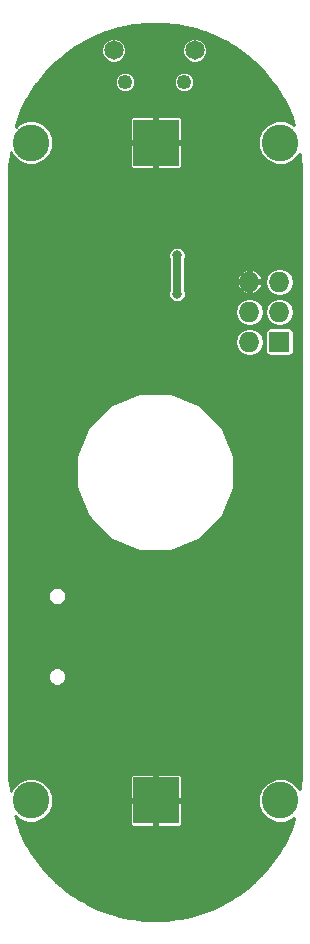
<source format=gbl>
G04 #@! TF.GenerationSoftware,KiCad,Pcbnew,(2017-01-24 revision 0b6147e)-makepkg*
G04 #@! TF.CreationDate,2017-06-09T22:20:51-07:00*
G04 #@! TF.ProjectId,POVSpinner,504F565370696E6E65722E6B69636164,rev?*
G04 #@! TF.FileFunction,Copper,L2,Bot,Signal*
G04 #@! TF.FilePolarity,Positive*
%FSLAX46Y46*%
G04 Gerber Fmt 4.6, Leading zero omitted, Abs format (unit mm)*
G04 Created by KiCad (PCBNEW (2017-01-24 revision 0b6147e)-makepkg) date 06/09/17 22:20:51*
%MOMM*%
%LPD*%
G01*
G04 APERTURE LIST*
%ADD10C,0.100000*%
%ADD11R,3.960000X3.960000*%
%ADD12C,3.100000*%
%ADD13C,1.250000*%
%ADD14C,1.650000*%
%ADD15R,1.727200X1.727200*%
%ADD16O,1.727200X1.727200*%
%ADD17C,0.800000*%
%ADD18C,0.762000*%
%ADD19C,0.635000*%
%ADD20C,0.254000*%
G04 APERTURE END LIST*
D10*
D11*
X124600000Y-58200000D03*
D12*
X135155000Y-58200000D03*
X114045000Y-58200000D03*
X135155000Y-113900000D03*
X114045000Y-113900000D03*
D11*
X124600000Y-113900000D03*
D13*
X127002060Y-53070000D03*
X122002060Y-53070000D03*
D14*
X121070000Y-50400000D03*
X127930000Y-50400000D03*
D15*
X135090000Y-75050000D03*
D16*
X132550000Y-75050000D03*
X135090000Y-72510000D03*
X132550000Y-72510000D03*
X135090000Y-69970000D03*
X132550000Y-69970000D03*
D17*
X131800000Y-55340000D03*
X133010000Y-63940000D03*
X129020000Y-62680000D03*
X121940000Y-59170000D03*
X123220000Y-54530000D03*
X120480000Y-122100000D03*
X125650000Y-119870000D03*
X127290000Y-115580000D03*
X125660000Y-111260000D03*
X125680000Y-107040000D03*
X126410000Y-67740000D03*
X126410000Y-71010000D03*
D18*
X124600000Y-58200000D02*
X125840000Y-58200000D01*
X124600000Y-58200000D02*
X123170000Y-58200000D01*
D19*
X126410000Y-71010000D02*
X126410000Y-67740000D01*
D20*
G36*
X125166854Y-48148413D02*
X125574232Y-48175135D01*
X125980473Y-48215210D01*
X126385257Y-48268647D01*
X126788072Y-48335432D01*
X127188578Y-48415533D01*
X127586343Y-48508817D01*
X127980823Y-48615118D01*
X128371667Y-48734316D01*
X128758338Y-48866239D01*
X129140366Y-49010734D01*
X129517332Y-49167664D01*
X129888727Y-49336857D01*
X130254103Y-49518164D01*
X130613025Y-49711442D01*
X130965031Y-49916527D01*
X131309875Y-50133227D01*
X131647394Y-50361308D01*
X131977310Y-50600461D01*
X132299422Y-50850426D01*
X132613484Y-51110916D01*
X132919239Y-51381626D01*
X133216464Y-51662285D01*
X133504926Y-51952602D01*
X133784432Y-52252348D01*
X134054668Y-52561145D01*
X134315288Y-52878652D01*
X134565646Y-53204436D01*
X134804991Y-53538004D01*
X135032676Y-53878980D01*
X135248028Y-54226957D01*
X135450331Y-54581446D01*
X135638953Y-54942093D01*
X135813209Y-55308439D01*
X135972442Y-55680067D01*
X136116011Y-56056599D01*
X136243482Y-56438032D01*
X136323444Y-56713686D01*
X136219624Y-56609684D01*
X135529996Y-56323326D01*
X134783280Y-56322675D01*
X134093154Y-56607829D01*
X133564684Y-57135376D01*
X133278326Y-57825004D01*
X133277675Y-58571720D01*
X133562829Y-59261846D01*
X134090376Y-59790316D01*
X134780004Y-60076674D01*
X135526720Y-60077325D01*
X136216846Y-59792171D01*
X136745316Y-59264624D01*
X136784039Y-59171370D01*
X136792366Y-59236861D01*
X136839985Y-59650235D01*
X136884580Y-60065942D01*
X136931400Y-60504819D01*
X136931400Y-111664381D01*
X136927613Y-111676654D01*
X136884540Y-112093535D01*
X136839985Y-112508872D01*
X136792366Y-112922246D01*
X136789907Y-112941583D01*
X136747171Y-112838154D01*
X136219624Y-112309684D01*
X135529996Y-112023326D01*
X134783280Y-112022675D01*
X134093154Y-112307829D01*
X133564684Y-112835376D01*
X133278326Y-113525004D01*
X133277675Y-114271720D01*
X133562829Y-114961846D01*
X134090376Y-115490316D01*
X134780004Y-115776674D01*
X135526720Y-115777325D01*
X136216846Y-115492171D01*
X136347806Y-115361439D01*
X136243483Y-115721067D01*
X136116014Y-116102501D01*
X135972442Y-116479040D01*
X135813209Y-116850668D01*
X135638963Y-117216993D01*
X135450330Y-117577661D01*
X135248022Y-117932159D01*
X135032675Y-118280126D01*
X134804990Y-118621103D01*
X134565645Y-118954670D01*
X134315299Y-119280441D01*
X134054654Y-119597976D01*
X133784431Y-119906758D01*
X133504938Y-120206488D01*
X133216479Y-120496805D01*
X132919235Y-120777482D01*
X132613467Y-121048203D01*
X132299432Y-121308670D01*
X131977309Y-121558644D01*
X131647393Y-121797797D01*
X131309873Y-122025878D01*
X130965029Y-122242578D01*
X130613023Y-122447663D01*
X130254101Y-122640941D01*
X129888725Y-122822248D01*
X129517342Y-122991435D01*
X129140363Y-123148371D01*
X128758335Y-123292866D01*
X128371664Y-123424789D01*
X127980820Y-123543987D01*
X127586340Y-123650288D01*
X127188569Y-123743574D01*
X126788076Y-123823671D01*
X126385258Y-123890457D01*
X125980466Y-123943895D01*
X125574232Y-123983969D01*
X125166851Y-124010691D01*
X124758844Y-124024051D01*
X124350639Y-124024051D01*
X123942632Y-124010691D01*
X123535254Y-123983969D01*
X123129013Y-123943894D01*
X122724229Y-123890457D01*
X122321414Y-123823672D01*
X121920908Y-123743571D01*
X121523143Y-123650287D01*
X121128664Y-123543986D01*
X120737812Y-123424786D01*
X120351140Y-123292861D01*
X119969121Y-123148370D01*
X119592142Y-122991434D01*
X119220782Y-122822258D01*
X118855395Y-122640946D01*
X118496461Y-122447661D01*
X118144468Y-122242584D01*
X117799598Y-122025868D01*
X117462092Y-121797795D01*
X117132176Y-121558642D01*
X116810052Y-121308668D01*
X116496017Y-121048201D01*
X116190248Y-120777479D01*
X115893021Y-120496819D01*
X115604545Y-120206485D01*
X115325054Y-119906755D01*
X115054831Y-119597973D01*
X114794199Y-119280456D01*
X114543851Y-118954683D01*
X114304504Y-118621113D01*
X114076802Y-118280111D01*
X113861458Y-117932147D01*
X113659148Y-117577646D01*
X113470533Y-117217012D01*
X113296277Y-116850665D01*
X113137038Y-116479023D01*
X112993475Y-116102511D01*
X112866000Y-115721058D01*
X112753856Y-115334466D01*
X112730001Y-115239503D01*
X112980376Y-115490316D01*
X113670004Y-115776674D01*
X114416720Y-115777325D01*
X115106846Y-115492171D01*
X115635316Y-114964624D01*
X115921674Y-114274996D01*
X115921840Y-114084150D01*
X122391400Y-114084150D01*
X122391400Y-115925472D01*
X122426203Y-116009492D01*
X122490509Y-116073798D01*
X122574529Y-116108600D01*
X124415850Y-116108600D01*
X124473000Y-116051450D01*
X124473000Y-114027000D01*
X124727000Y-114027000D01*
X124727000Y-116051450D01*
X124784150Y-116108600D01*
X126625471Y-116108600D01*
X126709491Y-116073798D01*
X126773797Y-116009492D01*
X126808600Y-115925472D01*
X126808600Y-114084150D01*
X126751450Y-114027000D01*
X124727000Y-114027000D01*
X124473000Y-114027000D01*
X122448550Y-114027000D01*
X122391400Y-114084150D01*
X115921840Y-114084150D01*
X115922325Y-113528280D01*
X115637171Y-112838154D01*
X115109624Y-112309684D01*
X114419996Y-112023326D01*
X113673280Y-112022675D01*
X112983154Y-112307829D01*
X112454684Y-112835376D01*
X112340913Y-113109367D01*
X112317120Y-112922243D01*
X112269501Y-112508870D01*
X112224890Y-112093001D01*
X112224748Y-112092548D01*
X112224789Y-112092077D01*
X112200718Y-111874528D01*
X122391400Y-111874528D01*
X122391400Y-113715850D01*
X122448550Y-113773000D01*
X124473000Y-113773000D01*
X124473000Y-111748550D01*
X124727000Y-111748550D01*
X124727000Y-113773000D01*
X126751450Y-113773000D01*
X126808600Y-113715850D01*
X126808600Y-111874528D01*
X126773797Y-111790508D01*
X126709491Y-111726202D01*
X126625471Y-111691400D01*
X124784150Y-111691400D01*
X124727000Y-111748550D01*
X124473000Y-111748550D01*
X124415850Y-111691400D01*
X122574529Y-111691400D01*
X122490509Y-111726202D01*
X122426203Y-111790508D01*
X122391400Y-111874528D01*
X112200718Y-111874528D01*
X112178600Y-111674635D01*
X112178600Y-103546897D01*
X115465606Y-103546897D01*
X115583648Y-103832580D01*
X115802030Y-104051344D01*
X116087507Y-104169885D01*
X116396617Y-104170154D01*
X116682300Y-104052112D01*
X116901064Y-103833730D01*
X117019605Y-103548253D01*
X117019874Y-103239143D01*
X116901832Y-102953460D01*
X116683450Y-102734696D01*
X116397973Y-102616155D01*
X116088863Y-102615886D01*
X115803180Y-102733928D01*
X115584416Y-102952310D01*
X115465875Y-103237787D01*
X115465606Y-103546897D01*
X112178600Y-103546897D01*
X112178600Y-96746897D01*
X115465606Y-96746897D01*
X115583648Y-97032580D01*
X115802030Y-97251344D01*
X116087507Y-97369885D01*
X116396617Y-97370154D01*
X116682300Y-97252112D01*
X116901064Y-97033730D01*
X117019605Y-96748253D01*
X117019874Y-96439143D01*
X116901832Y-96153460D01*
X116683450Y-95934696D01*
X116397973Y-95816155D01*
X116088863Y-95815886D01*
X115803180Y-95933928D01*
X115584416Y-96152310D01*
X115465875Y-96437787D01*
X115465606Y-96746897D01*
X112178600Y-96746897D01*
X112178600Y-87402311D01*
X117871844Y-87402311D01*
X118886214Y-89857275D01*
X120762845Y-91737184D01*
X123216036Y-92755838D01*
X125872311Y-92758156D01*
X128327275Y-91743786D01*
X130207184Y-89867155D01*
X131225838Y-87413964D01*
X131228156Y-84757689D01*
X130213786Y-82302725D01*
X128337155Y-80422816D01*
X125883964Y-79404162D01*
X123227689Y-79401844D01*
X120772725Y-80416214D01*
X118892816Y-82292845D01*
X117874162Y-84746036D01*
X117871844Y-87402311D01*
X112178600Y-87402311D01*
X112178600Y-75050000D01*
X131336075Y-75050000D01*
X131426704Y-75505623D01*
X131684794Y-75891881D01*
X132071052Y-76149971D01*
X132526675Y-76240600D01*
X132573325Y-76240600D01*
X133028948Y-76149971D01*
X133415206Y-75891881D01*
X133673296Y-75505623D01*
X133763925Y-75050000D01*
X133673296Y-74594377D01*
X133415206Y-74208119D01*
X133382702Y-74186400D01*
X133892994Y-74186400D01*
X133892994Y-75913600D01*
X133918373Y-76041189D01*
X133990646Y-76149354D01*
X134098811Y-76221627D01*
X134226400Y-76247006D01*
X135953600Y-76247006D01*
X136081189Y-76221627D01*
X136189354Y-76149354D01*
X136261627Y-76041189D01*
X136287006Y-75913600D01*
X136287006Y-74186400D01*
X136261627Y-74058811D01*
X136189354Y-73950646D01*
X136081189Y-73878373D01*
X135953600Y-73852994D01*
X134226400Y-73852994D01*
X134098811Y-73878373D01*
X133990646Y-73950646D01*
X133918373Y-74058811D01*
X133892994Y-74186400D01*
X133382702Y-74186400D01*
X133028948Y-73950029D01*
X132573325Y-73859400D01*
X132526675Y-73859400D01*
X132071052Y-73950029D01*
X131684794Y-74208119D01*
X131426704Y-74594377D01*
X131336075Y-75050000D01*
X112178600Y-75050000D01*
X112178600Y-72510000D01*
X131336075Y-72510000D01*
X131426704Y-72965623D01*
X131684794Y-73351881D01*
X132071052Y-73609971D01*
X132526675Y-73700600D01*
X132573325Y-73700600D01*
X133028948Y-73609971D01*
X133415206Y-73351881D01*
X133673296Y-72965623D01*
X133763925Y-72510000D01*
X133876075Y-72510000D01*
X133966704Y-72965623D01*
X134224794Y-73351881D01*
X134611052Y-73609971D01*
X135066675Y-73700600D01*
X135113325Y-73700600D01*
X135568948Y-73609971D01*
X135955206Y-73351881D01*
X136213296Y-72965623D01*
X136303925Y-72510000D01*
X136213296Y-72054377D01*
X135955206Y-71668119D01*
X135568948Y-71410029D01*
X135113325Y-71319400D01*
X135066675Y-71319400D01*
X134611052Y-71410029D01*
X134224794Y-71668119D01*
X133966704Y-72054377D01*
X133876075Y-72510000D01*
X133763925Y-72510000D01*
X133673296Y-72054377D01*
X133415206Y-71668119D01*
X133028948Y-71410029D01*
X132573325Y-71319400D01*
X132526675Y-71319400D01*
X132071052Y-71410029D01*
X131684794Y-71668119D01*
X131426704Y-72054377D01*
X131336075Y-72510000D01*
X112178600Y-72510000D01*
X112178600Y-67883975D01*
X125682874Y-67883975D01*
X125765500Y-68083945D01*
X125765500Y-70666379D01*
X125683126Y-70864756D01*
X125682874Y-71153975D01*
X125793320Y-71421275D01*
X125997650Y-71625961D01*
X126264756Y-71736874D01*
X126553975Y-71737126D01*
X126821275Y-71626680D01*
X127025961Y-71422350D01*
X127136874Y-71155244D01*
X127137126Y-70866025D01*
X127054500Y-70666055D01*
X127054500Y-70265135D01*
X131498432Y-70265135D01*
X131597726Y-70504886D01*
X131874906Y-70828590D01*
X132254863Y-71021581D01*
X132423000Y-70997654D01*
X132423000Y-70097000D01*
X132677000Y-70097000D01*
X132677000Y-70997654D01*
X132845137Y-71021581D01*
X133225094Y-70828590D01*
X133502274Y-70504886D01*
X133601568Y-70265135D01*
X133577229Y-70097000D01*
X132677000Y-70097000D01*
X132423000Y-70097000D01*
X131522771Y-70097000D01*
X131498432Y-70265135D01*
X127054500Y-70265135D01*
X127054500Y-69970000D01*
X133876075Y-69970000D01*
X133966704Y-70425623D01*
X134224794Y-70811881D01*
X134611052Y-71069971D01*
X135066675Y-71160600D01*
X135113325Y-71160600D01*
X135568948Y-71069971D01*
X135955206Y-70811881D01*
X136213296Y-70425623D01*
X136303925Y-69970000D01*
X136213296Y-69514377D01*
X135955206Y-69128119D01*
X135568948Y-68870029D01*
X135113325Y-68779400D01*
X135066675Y-68779400D01*
X134611052Y-68870029D01*
X134224794Y-69128119D01*
X133966704Y-69514377D01*
X133876075Y-69970000D01*
X127054500Y-69970000D01*
X127054500Y-69674865D01*
X131498432Y-69674865D01*
X131522771Y-69843000D01*
X132423000Y-69843000D01*
X132423000Y-68942346D01*
X132677000Y-68942346D01*
X132677000Y-69843000D01*
X133577229Y-69843000D01*
X133601568Y-69674865D01*
X133502274Y-69435114D01*
X133225094Y-69111410D01*
X132845137Y-68918419D01*
X132677000Y-68942346D01*
X132423000Y-68942346D01*
X132254863Y-68918419D01*
X131874906Y-69111410D01*
X131597726Y-69435114D01*
X131498432Y-69674865D01*
X127054500Y-69674865D01*
X127054500Y-68083621D01*
X127136874Y-67885244D01*
X127137126Y-67596025D01*
X127026680Y-67328725D01*
X126822350Y-67124039D01*
X126555244Y-67013126D01*
X126266025Y-67012874D01*
X125998725Y-67123320D01*
X125794039Y-67327650D01*
X125683126Y-67594756D01*
X125682874Y-67883975D01*
X112178600Y-67883975D01*
X112178600Y-60485335D01*
X112224796Y-60066965D01*
X112224758Y-60066525D01*
X112224890Y-60066103D01*
X112269501Y-59650234D01*
X112317120Y-59236861D01*
X112346626Y-59004815D01*
X112452829Y-59261846D01*
X112980376Y-59790316D01*
X113670004Y-60076674D01*
X114416720Y-60077325D01*
X115106846Y-59792171D01*
X115635316Y-59264624D01*
X115921674Y-58574996D01*
X115921840Y-58384150D01*
X122391400Y-58384150D01*
X122391400Y-60225472D01*
X122426203Y-60309492D01*
X122490509Y-60373798D01*
X122574529Y-60408600D01*
X124415850Y-60408600D01*
X124473000Y-60351450D01*
X124473000Y-58327000D01*
X124727000Y-58327000D01*
X124727000Y-60351450D01*
X124784150Y-60408600D01*
X126625471Y-60408600D01*
X126709491Y-60373798D01*
X126773797Y-60309492D01*
X126808600Y-60225472D01*
X126808600Y-58384150D01*
X126751450Y-58327000D01*
X124727000Y-58327000D01*
X124473000Y-58327000D01*
X122448550Y-58327000D01*
X122391400Y-58384150D01*
X115921840Y-58384150D01*
X115922325Y-57828280D01*
X115637171Y-57138154D01*
X115109624Y-56609684D01*
X114419996Y-56323326D01*
X113673280Y-56322675D01*
X112983154Y-56607829D01*
X112749804Y-56840772D01*
X112753857Y-56824638D01*
X112865999Y-56438054D01*
X112954065Y-56174528D01*
X122391400Y-56174528D01*
X122391400Y-58015850D01*
X122448550Y-58073000D01*
X124473000Y-58073000D01*
X124473000Y-56048550D01*
X124727000Y-56048550D01*
X124727000Y-58073000D01*
X126751450Y-58073000D01*
X126808600Y-58015850D01*
X126808600Y-56174528D01*
X126773797Y-56090508D01*
X126709491Y-56026202D01*
X126625471Y-55991400D01*
X124784150Y-55991400D01*
X124727000Y-56048550D01*
X124473000Y-56048550D01*
X124415850Y-55991400D01*
X122574529Y-55991400D01*
X122490509Y-56026202D01*
X122426203Y-56090508D01*
X122391400Y-56174528D01*
X112954065Y-56174528D01*
X112993476Y-56056599D01*
X113137045Y-55680067D01*
X113296287Y-55308418D01*
X113470529Y-54942105D01*
X113659146Y-54581468D01*
X113861465Y-54226949D01*
X114076812Y-53878981D01*
X114304497Y-53538005D01*
X114515399Y-53244077D01*
X121122907Y-53244077D01*
X121256445Y-53567263D01*
X121503496Y-53814746D01*
X121826449Y-53948847D01*
X122176137Y-53949153D01*
X122499323Y-53815615D01*
X122746806Y-53568564D01*
X122880907Y-53245611D01*
X122880908Y-53244077D01*
X126122907Y-53244077D01*
X126256445Y-53567263D01*
X126503496Y-53814746D01*
X126826449Y-53948847D01*
X127176137Y-53949153D01*
X127499323Y-53815615D01*
X127746806Y-53568564D01*
X127880907Y-53245611D01*
X127881213Y-52895923D01*
X127747675Y-52572737D01*
X127500624Y-52325254D01*
X127177671Y-52191153D01*
X126827983Y-52190847D01*
X126504797Y-52324385D01*
X126257314Y-52571436D01*
X126123213Y-52894389D01*
X126122907Y-53244077D01*
X122880908Y-53244077D01*
X122881213Y-52895923D01*
X122747675Y-52572737D01*
X122500624Y-52325254D01*
X122177671Y-52191153D01*
X121827983Y-52190847D01*
X121504797Y-52324385D01*
X121257314Y-52571436D01*
X121123213Y-52894389D01*
X121122907Y-53244077D01*
X114515399Y-53244077D01*
X114543853Y-53204422D01*
X114794201Y-52878649D01*
X115054833Y-52561132D01*
X115325071Y-52252332D01*
X115604546Y-51952622D01*
X115893023Y-51662286D01*
X116190250Y-51381626D01*
X116496019Y-51110904D01*
X116810054Y-50850437D01*
X117121621Y-50608655D01*
X120016218Y-50608655D01*
X120176281Y-50996037D01*
X120472404Y-51292678D01*
X120859507Y-51453416D01*
X121278655Y-51453782D01*
X121666037Y-51293719D01*
X121962678Y-50997596D01*
X122123416Y-50610493D01*
X122123417Y-50608655D01*
X126876218Y-50608655D01*
X127036281Y-50996037D01*
X127332404Y-51292678D01*
X127719507Y-51453416D01*
X128138655Y-51453782D01*
X128526037Y-51293719D01*
X128822678Y-50997596D01*
X128983416Y-50610493D01*
X128983782Y-50191345D01*
X128823719Y-49803963D01*
X128527596Y-49507322D01*
X128140493Y-49346584D01*
X127721345Y-49346218D01*
X127333963Y-49506281D01*
X127037322Y-49802404D01*
X126876584Y-50189507D01*
X126876218Y-50608655D01*
X122123417Y-50608655D01*
X122123782Y-50191345D01*
X121963719Y-49803963D01*
X121667596Y-49507322D01*
X121280493Y-49346584D01*
X120861345Y-49346218D01*
X120473963Y-49506281D01*
X120177322Y-49802404D01*
X120016584Y-50189507D01*
X120016218Y-50608655D01*
X117121621Y-50608655D01*
X117132178Y-50600463D01*
X117462080Y-50361321D01*
X117799601Y-50133237D01*
X118144470Y-49916521D01*
X118496486Y-49711431D01*
X118855385Y-49518166D01*
X119220762Y-49336859D01*
X119592156Y-49167666D01*
X119969106Y-49010742D01*
X120351168Y-48866235D01*
X120737814Y-48734319D01*
X121128666Y-48615119D01*
X121523146Y-48508818D01*
X121920911Y-48415534D01*
X122321416Y-48335433D01*
X122724227Y-48268648D01*
X123129023Y-48215210D01*
X123535253Y-48175136D01*
X123942637Y-48148413D01*
X124350642Y-48135053D01*
X124758847Y-48135053D01*
X125166854Y-48148413D01*
X125166854Y-48148413D01*
G37*
X125166854Y-48148413D02*
X125574232Y-48175135D01*
X125980473Y-48215210D01*
X126385257Y-48268647D01*
X126788072Y-48335432D01*
X127188578Y-48415533D01*
X127586343Y-48508817D01*
X127980823Y-48615118D01*
X128371667Y-48734316D01*
X128758338Y-48866239D01*
X129140366Y-49010734D01*
X129517332Y-49167664D01*
X129888727Y-49336857D01*
X130254103Y-49518164D01*
X130613025Y-49711442D01*
X130965031Y-49916527D01*
X131309875Y-50133227D01*
X131647394Y-50361308D01*
X131977310Y-50600461D01*
X132299422Y-50850426D01*
X132613484Y-51110916D01*
X132919239Y-51381626D01*
X133216464Y-51662285D01*
X133504926Y-51952602D01*
X133784432Y-52252348D01*
X134054668Y-52561145D01*
X134315288Y-52878652D01*
X134565646Y-53204436D01*
X134804991Y-53538004D01*
X135032676Y-53878980D01*
X135248028Y-54226957D01*
X135450331Y-54581446D01*
X135638953Y-54942093D01*
X135813209Y-55308439D01*
X135972442Y-55680067D01*
X136116011Y-56056599D01*
X136243482Y-56438032D01*
X136323444Y-56713686D01*
X136219624Y-56609684D01*
X135529996Y-56323326D01*
X134783280Y-56322675D01*
X134093154Y-56607829D01*
X133564684Y-57135376D01*
X133278326Y-57825004D01*
X133277675Y-58571720D01*
X133562829Y-59261846D01*
X134090376Y-59790316D01*
X134780004Y-60076674D01*
X135526720Y-60077325D01*
X136216846Y-59792171D01*
X136745316Y-59264624D01*
X136784039Y-59171370D01*
X136792366Y-59236861D01*
X136839985Y-59650235D01*
X136884580Y-60065942D01*
X136931400Y-60504819D01*
X136931400Y-111664381D01*
X136927613Y-111676654D01*
X136884540Y-112093535D01*
X136839985Y-112508872D01*
X136792366Y-112922246D01*
X136789907Y-112941583D01*
X136747171Y-112838154D01*
X136219624Y-112309684D01*
X135529996Y-112023326D01*
X134783280Y-112022675D01*
X134093154Y-112307829D01*
X133564684Y-112835376D01*
X133278326Y-113525004D01*
X133277675Y-114271720D01*
X133562829Y-114961846D01*
X134090376Y-115490316D01*
X134780004Y-115776674D01*
X135526720Y-115777325D01*
X136216846Y-115492171D01*
X136347806Y-115361439D01*
X136243483Y-115721067D01*
X136116014Y-116102501D01*
X135972442Y-116479040D01*
X135813209Y-116850668D01*
X135638963Y-117216993D01*
X135450330Y-117577661D01*
X135248022Y-117932159D01*
X135032675Y-118280126D01*
X134804990Y-118621103D01*
X134565645Y-118954670D01*
X134315299Y-119280441D01*
X134054654Y-119597976D01*
X133784431Y-119906758D01*
X133504938Y-120206488D01*
X133216479Y-120496805D01*
X132919235Y-120777482D01*
X132613467Y-121048203D01*
X132299432Y-121308670D01*
X131977309Y-121558644D01*
X131647393Y-121797797D01*
X131309873Y-122025878D01*
X130965029Y-122242578D01*
X130613023Y-122447663D01*
X130254101Y-122640941D01*
X129888725Y-122822248D01*
X129517342Y-122991435D01*
X129140363Y-123148371D01*
X128758335Y-123292866D01*
X128371664Y-123424789D01*
X127980820Y-123543987D01*
X127586340Y-123650288D01*
X127188569Y-123743574D01*
X126788076Y-123823671D01*
X126385258Y-123890457D01*
X125980466Y-123943895D01*
X125574232Y-123983969D01*
X125166851Y-124010691D01*
X124758844Y-124024051D01*
X124350639Y-124024051D01*
X123942632Y-124010691D01*
X123535254Y-123983969D01*
X123129013Y-123943894D01*
X122724229Y-123890457D01*
X122321414Y-123823672D01*
X121920908Y-123743571D01*
X121523143Y-123650287D01*
X121128664Y-123543986D01*
X120737812Y-123424786D01*
X120351140Y-123292861D01*
X119969121Y-123148370D01*
X119592142Y-122991434D01*
X119220782Y-122822258D01*
X118855395Y-122640946D01*
X118496461Y-122447661D01*
X118144468Y-122242584D01*
X117799598Y-122025868D01*
X117462092Y-121797795D01*
X117132176Y-121558642D01*
X116810052Y-121308668D01*
X116496017Y-121048201D01*
X116190248Y-120777479D01*
X115893021Y-120496819D01*
X115604545Y-120206485D01*
X115325054Y-119906755D01*
X115054831Y-119597973D01*
X114794199Y-119280456D01*
X114543851Y-118954683D01*
X114304504Y-118621113D01*
X114076802Y-118280111D01*
X113861458Y-117932147D01*
X113659148Y-117577646D01*
X113470533Y-117217012D01*
X113296277Y-116850665D01*
X113137038Y-116479023D01*
X112993475Y-116102511D01*
X112866000Y-115721058D01*
X112753856Y-115334466D01*
X112730001Y-115239503D01*
X112980376Y-115490316D01*
X113670004Y-115776674D01*
X114416720Y-115777325D01*
X115106846Y-115492171D01*
X115635316Y-114964624D01*
X115921674Y-114274996D01*
X115921840Y-114084150D01*
X122391400Y-114084150D01*
X122391400Y-115925472D01*
X122426203Y-116009492D01*
X122490509Y-116073798D01*
X122574529Y-116108600D01*
X124415850Y-116108600D01*
X124473000Y-116051450D01*
X124473000Y-114027000D01*
X124727000Y-114027000D01*
X124727000Y-116051450D01*
X124784150Y-116108600D01*
X126625471Y-116108600D01*
X126709491Y-116073798D01*
X126773797Y-116009492D01*
X126808600Y-115925472D01*
X126808600Y-114084150D01*
X126751450Y-114027000D01*
X124727000Y-114027000D01*
X124473000Y-114027000D01*
X122448550Y-114027000D01*
X122391400Y-114084150D01*
X115921840Y-114084150D01*
X115922325Y-113528280D01*
X115637171Y-112838154D01*
X115109624Y-112309684D01*
X114419996Y-112023326D01*
X113673280Y-112022675D01*
X112983154Y-112307829D01*
X112454684Y-112835376D01*
X112340913Y-113109367D01*
X112317120Y-112922243D01*
X112269501Y-112508870D01*
X112224890Y-112093001D01*
X112224748Y-112092548D01*
X112224789Y-112092077D01*
X112200718Y-111874528D01*
X122391400Y-111874528D01*
X122391400Y-113715850D01*
X122448550Y-113773000D01*
X124473000Y-113773000D01*
X124473000Y-111748550D01*
X124727000Y-111748550D01*
X124727000Y-113773000D01*
X126751450Y-113773000D01*
X126808600Y-113715850D01*
X126808600Y-111874528D01*
X126773797Y-111790508D01*
X126709491Y-111726202D01*
X126625471Y-111691400D01*
X124784150Y-111691400D01*
X124727000Y-111748550D01*
X124473000Y-111748550D01*
X124415850Y-111691400D01*
X122574529Y-111691400D01*
X122490509Y-111726202D01*
X122426203Y-111790508D01*
X122391400Y-111874528D01*
X112200718Y-111874528D01*
X112178600Y-111674635D01*
X112178600Y-103546897D01*
X115465606Y-103546897D01*
X115583648Y-103832580D01*
X115802030Y-104051344D01*
X116087507Y-104169885D01*
X116396617Y-104170154D01*
X116682300Y-104052112D01*
X116901064Y-103833730D01*
X117019605Y-103548253D01*
X117019874Y-103239143D01*
X116901832Y-102953460D01*
X116683450Y-102734696D01*
X116397973Y-102616155D01*
X116088863Y-102615886D01*
X115803180Y-102733928D01*
X115584416Y-102952310D01*
X115465875Y-103237787D01*
X115465606Y-103546897D01*
X112178600Y-103546897D01*
X112178600Y-96746897D01*
X115465606Y-96746897D01*
X115583648Y-97032580D01*
X115802030Y-97251344D01*
X116087507Y-97369885D01*
X116396617Y-97370154D01*
X116682300Y-97252112D01*
X116901064Y-97033730D01*
X117019605Y-96748253D01*
X117019874Y-96439143D01*
X116901832Y-96153460D01*
X116683450Y-95934696D01*
X116397973Y-95816155D01*
X116088863Y-95815886D01*
X115803180Y-95933928D01*
X115584416Y-96152310D01*
X115465875Y-96437787D01*
X115465606Y-96746897D01*
X112178600Y-96746897D01*
X112178600Y-87402311D01*
X117871844Y-87402311D01*
X118886214Y-89857275D01*
X120762845Y-91737184D01*
X123216036Y-92755838D01*
X125872311Y-92758156D01*
X128327275Y-91743786D01*
X130207184Y-89867155D01*
X131225838Y-87413964D01*
X131228156Y-84757689D01*
X130213786Y-82302725D01*
X128337155Y-80422816D01*
X125883964Y-79404162D01*
X123227689Y-79401844D01*
X120772725Y-80416214D01*
X118892816Y-82292845D01*
X117874162Y-84746036D01*
X117871844Y-87402311D01*
X112178600Y-87402311D01*
X112178600Y-75050000D01*
X131336075Y-75050000D01*
X131426704Y-75505623D01*
X131684794Y-75891881D01*
X132071052Y-76149971D01*
X132526675Y-76240600D01*
X132573325Y-76240600D01*
X133028948Y-76149971D01*
X133415206Y-75891881D01*
X133673296Y-75505623D01*
X133763925Y-75050000D01*
X133673296Y-74594377D01*
X133415206Y-74208119D01*
X133382702Y-74186400D01*
X133892994Y-74186400D01*
X133892994Y-75913600D01*
X133918373Y-76041189D01*
X133990646Y-76149354D01*
X134098811Y-76221627D01*
X134226400Y-76247006D01*
X135953600Y-76247006D01*
X136081189Y-76221627D01*
X136189354Y-76149354D01*
X136261627Y-76041189D01*
X136287006Y-75913600D01*
X136287006Y-74186400D01*
X136261627Y-74058811D01*
X136189354Y-73950646D01*
X136081189Y-73878373D01*
X135953600Y-73852994D01*
X134226400Y-73852994D01*
X134098811Y-73878373D01*
X133990646Y-73950646D01*
X133918373Y-74058811D01*
X133892994Y-74186400D01*
X133382702Y-74186400D01*
X133028948Y-73950029D01*
X132573325Y-73859400D01*
X132526675Y-73859400D01*
X132071052Y-73950029D01*
X131684794Y-74208119D01*
X131426704Y-74594377D01*
X131336075Y-75050000D01*
X112178600Y-75050000D01*
X112178600Y-72510000D01*
X131336075Y-72510000D01*
X131426704Y-72965623D01*
X131684794Y-73351881D01*
X132071052Y-73609971D01*
X132526675Y-73700600D01*
X132573325Y-73700600D01*
X133028948Y-73609971D01*
X133415206Y-73351881D01*
X133673296Y-72965623D01*
X133763925Y-72510000D01*
X133876075Y-72510000D01*
X133966704Y-72965623D01*
X134224794Y-73351881D01*
X134611052Y-73609971D01*
X135066675Y-73700600D01*
X135113325Y-73700600D01*
X135568948Y-73609971D01*
X135955206Y-73351881D01*
X136213296Y-72965623D01*
X136303925Y-72510000D01*
X136213296Y-72054377D01*
X135955206Y-71668119D01*
X135568948Y-71410029D01*
X135113325Y-71319400D01*
X135066675Y-71319400D01*
X134611052Y-71410029D01*
X134224794Y-71668119D01*
X133966704Y-72054377D01*
X133876075Y-72510000D01*
X133763925Y-72510000D01*
X133673296Y-72054377D01*
X133415206Y-71668119D01*
X133028948Y-71410029D01*
X132573325Y-71319400D01*
X132526675Y-71319400D01*
X132071052Y-71410029D01*
X131684794Y-71668119D01*
X131426704Y-72054377D01*
X131336075Y-72510000D01*
X112178600Y-72510000D01*
X112178600Y-67883975D01*
X125682874Y-67883975D01*
X125765500Y-68083945D01*
X125765500Y-70666379D01*
X125683126Y-70864756D01*
X125682874Y-71153975D01*
X125793320Y-71421275D01*
X125997650Y-71625961D01*
X126264756Y-71736874D01*
X126553975Y-71737126D01*
X126821275Y-71626680D01*
X127025961Y-71422350D01*
X127136874Y-71155244D01*
X127137126Y-70866025D01*
X127054500Y-70666055D01*
X127054500Y-70265135D01*
X131498432Y-70265135D01*
X131597726Y-70504886D01*
X131874906Y-70828590D01*
X132254863Y-71021581D01*
X132423000Y-70997654D01*
X132423000Y-70097000D01*
X132677000Y-70097000D01*
X132677000Y-70997654D01*
X132845137Y-71021581D01*
X133225094Y-70828590D01*
X133502274Y-70504886D01*
X133601568Y-70265135D01*
X133577229Y-70097000D01*
X132677000Y-70097000D01*
X132423000Y-70097000D01*
X131522771Y-70097000D01*
X131498432Y-70265135D01*
X127054500Y-70265135D01*
X127054500Y-69970000D01*
X133876075Y-69970000D01*
X133966704Y-70425623D01*
X134224794Y-70811881D01*
X134611052Y-71069971D01*
X135066675Y-71160600D01*
X135113325Y-71160600D01*
X135568948Y-71069971D01*
X135955206Y-70811881D01*
X136213296Y-70425623D01*
X136303925Y-69970000D01*
X136213296Y-69514377D01*
X135955206Y-69128119D01*
X135568948Y-68870029D01*
X135113325Y-68779400D01*
X135066675Y-68779400D01*
X134611052Y-68870029D01*
X134224794Y-69128119D01*
X133966704Y-69514377D01*
X133876075Y-69970000D01*
X127054500Y-69970000D01*
X127054500Y-69674865D01*
X131498432Y-69674865D01*
X131522771Y-69843000D01*
X132423000Y-69843000D01*
X132423000Y-68942346D01*
X132677000Y-68942346D01*
X132677000Y-69843000D01*
X133577229Y-69843000D01*
X133601568Y-69674865D01*
X133502274Y-69435114D01*
X133225094Y-69111410D01*
X132845137Y-68918419D01*
X132677000Y-68942346D01*
X132423000Y-68942346D01*
X132254863Y-68918419D01*
X131874906Y-69111410D01*
X131597726Y-69435114D01*
X131498432Y-69674865D01*
X127054500Y-69674865D01*
X127054500Y-68083621D01*
X127136874Y-67885244D01*
X127137126Y-67596025D01*
X127026680Y-67328725D01*
X126822350Y-67124039D01*
X126555244Y-67013126D01*
X126266025Y-67012874D01*
X125998725Y-67123320D01*
X125794039Y-67327650D01*
X125683126Y-67594756D01*
X125682874Y-67883975D01*
X112178600Y-67883975D01*
X112178600Y-60485335D01*
X112224796Y-60066965D01*
X112224758Y-60066525D01*
X112224890Y-60066103D01*
X112269501Y-59650234D01*
X112317120Y-59236861D01*
X112346626Y-59004815D01*
X112452829Y-59261846D01*
X112980376Y-59790316D01*
X113670004Y-60076674D01*
X114416720Y-60077325D01*
X115106846Y-59792171D01*
X115635316Y-59264624D01*
X115921674Y-58574996D01*
X115921840Y-58384150D01*
X122391400Y-58384150D01*
X122391400Y-60225472D01*
X122426203Y-60309492D01*
X122490509Y-60373798D01*
X122574529Y-60408600D01*
X124415850Y-60408600D01*
X124473000Y-60351450D01*
X124473000Y-58327000D01*
X124727000Y-58327000D01*
X124727000Y-60351450D01*
X124784150Y-60408600D01*
X126625471Y-60408600D01*
X126709491Y-60373798D01*
X126773797Y-60309492D01*
X126808600Y-60225472D01*
X126808600Y-58384150D01*
X126751450Y-58327000D01*
X124727000Y-58327000D01*
X124473000Y-58327000D01*
X122448550Y-58327000D01*
X122391400Y-58384150D01*
X115921840Y-58384150D01*
X115922325Y-57828280D01*
X115637171Y-57138154D01*
X115109624Y-56609684D01*
X114419996Y-56323326D01*
X113673280Y-56322675D01*
X112983154Y-56607829D01*
X112749804Y-56840772D01*
X112753857Y-56824638D01*
X112865999Y-56438054D01*
X112954065Y-56174528D01*
X122391400Y-56174528D01*
X122391400Y-58015850D01*
X122448550Y-58073000D01*
X124473000Y-58073000D01*
X124473000Y-56048550D01*
X124727000Y-56048550D01*
X124727000Y-58073000D01*
X126751450Y-58073000D01*
X126808600Y-58015850D01*
X126808600Y-56174528D01*
X126773797Y-56090508D01*
X126709491Y-56026202D01*
X126625471Y-55991400D01*
X124784150Y-55991400D01*
X124727000Y-56048550D01*
X124473000Y-56048550D01*
X124415850Y-55991400D01*
X122574529Y-55991400D01*
X122490509Y-56026202D01*
X122426203Y-56090508D01*
X122391400Y-56174528D01*
X112954065Y-56174528D01*
X112993476Y-56056599D01*
X113137045Y-55680067D01*
X113296287Y-55308418D01*
X113470529Y-54942105D01*
X113659146Y-54581468D01*
X113861465Y-54226949D01*
X114076812Y-53878981D01*
X114304497Y-53538005D01*
X114515399Y-53244077D01*
X121122907Y-53244077D01*
X121256445Y-53567263D01*
X121503496Y-53814746D01*
X121826449Y-53948847D01*
X122176137Y-53949153D01*
X122499323Y-53815615D01*
X122746806Y-53568564D01*
X122880907Y-53245611D01*
X122880908Y-53244077D01*
X126122907Y-53244077D01*
X126256445Y-53567263D01*
X126503496Y-53814746D01*
X126826449Y-53948847D01*
X127176137Y-53949153D01*
X127499323Y-53815615D01*
X127746806Y-53568564D01*
X127880907Y-53245611D01*
X127881213Y-52895923D01*
X127747675Y-52572737D01*
X127500624Y-52325254D01*
X127177671Y-52191153D01*
X126827983Y-52190847D01*
X126504797Y-52324385D01*
X126257314Y-52571436D01*
X126123213Y-52894389D01*
X126122907Y-53244077D01*
X122880908Y-53244077D01*
X122881213Y-52895923D01*
X122747675Y-52572737D01*
X122500624Y-52325254D01*
X122177671Y-52191153D01*
X121827983Y-52190847D01*
X121504797Y-52324385D01*
X121257314Y-52571436D01*
X121123213Y-52894389D01*
X121122907Y-53244077D01*
X114515399Y-53244077D01*
X114543853Y-53204422D01*
X114794201Y-52878649D01*
X115054833Y-52561132D01*
X115325071Y-52252332D01*
X115604546Y-51952622D01*
X115893023Y-51662286D01*
X116190250Y-51381626D01*
X116496019Y-51110904D01*
X116810054Y-50850437D01*
X117121621Y-50608655D01*
X120016218Y-50608655D01*
X120176281Y-50996037D01*
X120472404Y-51292678D01*
X120859507Y-51453416D01*
X121278655Y-51453782D01*
X121666037Y-51293719D01*
X121962678Y-50997596D01*
X122123416Y-50610493D01*
X122123417Y-50608655D01*
X126876218Y-50608655D01*
X127036281Y-50996037D01*
X127332404Y-51292678D01*
X127719507Y-51453416D01*
X128138655Y-51453782D01*
X128526037Y-51293719D01*
X128822678Y-50997596D01*
X128983416Y-50610493D01*
X128983782Y-50191345D01*
X128823719Y-49803963D01*
X128527596Y-49507322D01*
X128140493Y-49346584D01*
X127721345Y-49346218D01*
X127333963Y-49506281D01*
X127037322Y-49802404D01*
X126876584Y-50189507D01*
X126876218Y-50608655D01*
X122123417Y-50608655D01*
X122123782Y-50191345D01*
X121963719Y-49803963D01*
X121667596Y-49507322D01*
X121280493Y-49346584D01*
X120861345Y-49346218D01*
X120473963Y-49506281D01*
X120177322Y-49802404D01*
X120016584Y-50189507D01*
X120016218Y-50608655D01*
X117121621Y-50608655D01*
X117132178Y-50600463D01*
X117462080Y-50361321D01*
X117799601Y-50133237D01*
X118144470Y-49916521D01*
X118496486Y-49711431D01*
X118855385Y-49518166D01*
X119220762Y-49336859D01*
X119592156Y-49167666D01*
X119969106Y-49010742D01*
X120351168Y-48866235D01*
X120737814Y-48734319D01*
X121128666Y-48615119D01*
X121523146Y-48508818D01*
X121920911Y-48415534D01*
X122321416Y-48335433D01*
X122724227Y-48268648D01*
X123129023Y-48215210D01*
X123535253Y-48175136D01*
X123942637Y-48148413D01*
X124350642Y-48135053D01*
X124758847Y-48135053D01*
X125166854Y-48148413D01*
M02*

</source>
